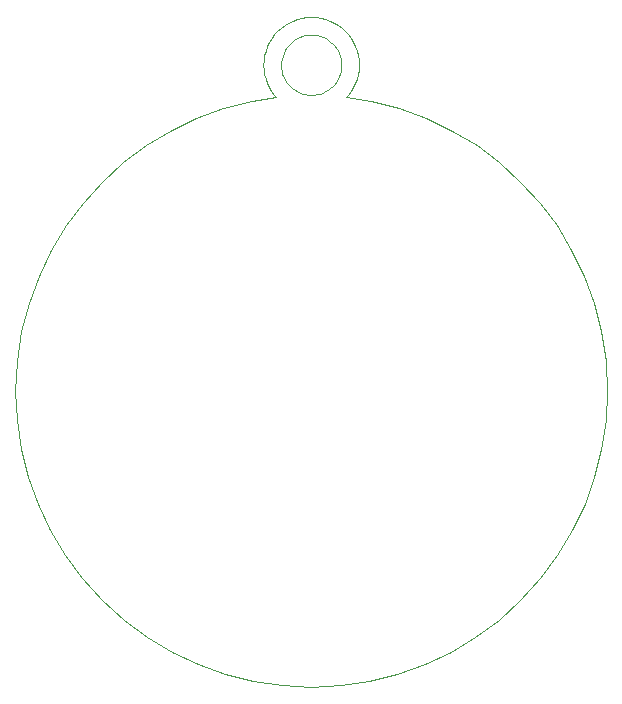
<source format=gbr>
%TF.GenerationSoftware,KiCad,Pcbnew,8.0.5*%
%TF.CreationDate,2025-02-18T12:58:12+00:00*%
%TF.ProjectId,practice-keyring,70726163-7469-4636-952d-6b657972696e,rev?*%
%TF.SameCoordinates,Original*%
%TF.FileFunction,Profile,NP*%
%FSLAX46Y46*%
G04 Gerber Fmt 4.6, Leading zero omitted, Abs format (unit mm)*
G04 Created by KiCad (PCBNEW 8.0.5) date 2025-02-18 12:58:12*
%MOMM*%
%LPD*%
G01*
G04 APERTURE LIST*
%TA.AperFunction,Profile*%
%ADD10C,0.100000*%
%TD*%
G04 APERTURE END LIST*
D10*
X211048894Y-102260362D02*
X210431894Y-104661762D01*
X233979594Y-79762662D02*
X234213794Y-79676962D01*
X236587394Y-84083162D02*
X236386094Y-84232162D01*
X238942294Y-82904962D02*
X239001194Y-82511762D01*
X229923694Y-85169462D02*
X227522794Y-85786462D01*
X232396394Y-78986862D02*
X232109094Y-79248362D01*
X234558094Y-78083562D02*
X234155994Y-78144562D01*
X238846094Y-83288962D02*
X238942294Y-82904962D01*
X231411494Y-80181662D02*
X231240894Y-80535662D01*
X210409094Y-114618262D02*
X211006494Y-116994362D01*
X231240894Y-80535662D02*
X231104994Y-80907162D01*
X236902094Y-78551262D02*
X236548094Y-78380762D01*
X234971794Y-84660462D02*
X234719894Y-84647862D01*
X238543794Y-84018062D02*
X238712794Y-83661062D01*
X231999494Y-84853162D02*
X229923694Y-85169462D01*
X242256794Y-133674462D02*
X244558994Y-132850762D01*
X231231094Y-83661062D02*
X231400094Y-84018062D01*
X240020194Y-85169462D02*
X237944894Y-84852662D01*
X232496094Y-134634662D02*
X234971394Y-134758162D01*
X233557594Y-84232162D02*
X233356394Y-84083162D01*
X238702994Y-80535662D02*
X238532494Y-80181662D01*
X236186994Y-79870062D02*
X236397194Y-79997762D01*
X232730394Y-80896362D02*
X232858094Y-80686262D01*
X233395794Y-78380762D02*
X233041894Y-78551262D01*
X231400094Y-84018062D02*
X231603194Y-84357562D01*
X231005294Y-81295762D02*
X230943794Y-81697262D01*
X237406494Y-81353362D02*
X237469294Y-81597762D01*
X231104994Y-80907162D02*
X231005294Y-81295762D01*
X234472294Y-84611062D02*
X234230394Y-84550162D01*
X234711294Y-79575562D02*
X234971794Y-79562362D01*
X237213394Y-80896362D02*
X237320794Y-81119262D01*
X232422694Y-82111462D02*
X232435894Y-81850762D01*
X210052594Y-107147962D02*
X209922794Y-109710062D01*
X234971994Y-78062362D02*
X234558094Y-78083562D01*
X233771594Y-84360062D02*
X233557594Y-84232162D01*
X258115294Y-119295062D02*
X258938994Y-116994362D01*
X237944894Y-84852662D02*
X238104094Y-84676962D01*
X233546594Y-79997762D02*
X233756794Y-79870062D01*
X237834794Y-79248362D02*
X237547494Y-78986862D01*
X235223794Y-84647862D02*
X234971794Y-84660462D01*
X237520994Y-82111462D02*
X237520994Y-82111462D01*
X252684594Y-91996962D02*
X250905894Y-90380462D01*
X232109094Y-79248362D02*
X231847594Y-79535662D01*
X235729894Y-79676962D02*
X235964094Y-79762662D01*
X212946394Y-97769162D02*
X211891194Y-99959762D01*
X246912294Y-87684062D02*
X244722294Y-86628762D01*
X232472194Y-82610962D02*
X232435194Y-82363362D01*
X239001194Y-82511762D02*
X239020794Y-82111262D01*
X244558994Y-132850762D02*
X246767094Y-131806362D01*
X257069794Y-121504162D02*
X258115294Y-119295062D01*
X232537294Y-81353362D02*
X232622994Y-81119262D01*
X234971394Y-134758162D02*
X237447294Y-134634662D01*
X230943794Y-81697262D02*
X230922594Y-82111262D01*
X230063194Y-134272862D02*
X232496094Y-134634662D01*
X242420594Y-85786462D02*
X240020194Y-85169462D01*
X220966594Y-88939262D02*
X219038594Y-90380462D01*
X236774394Y-80308962D02*
X236938994Y-80489962D01*
X230942794Y-82511762D02*
X231001694Y-82904962D01*
X210045794Y-112185362D02*
X210409094Y-114618262D01*
X258895594Y-102260362D02*
X258053794Y-99959762D01*
X236774494Y-83913762D02*
X236587394Y-84083162D01*
X237320794Y-81119262D02*
X237406494Y-81353362D01*
X237447294Y-134634662D02*
X239881694Y-134272862D01*
X232616794Y-83086862D02*
X232532994Y-82852762D01*
X239881694Y-134272862D02*
X242256794Y-133674462D01*
X236397194Y-79997762D02*
X236593394Y-80144462D01*
X237520994Y-82111462D02*
X237520994Y-82111462D01*
X232707994Y-78754362D02*
X232396394Y-78986862D01*
X259535294Y-114618262D02*
X259899094Y-112185362D01*
X236548094Y-78380762D02*
X236175994Y-78244762D01*
X233356394Y-84083162D02*
X233169394Y-83913762D01*
X248977794Y-88939262D02*
X246912294Y-87684062D01*
X258053794Y-99959762D02*
X256997994Y-97769162D01*
X238329394Y-79847762D02*
X238096294Y-79535662D01*
X234155994Y-78144562D02*
X233767894Y-78244762D01*
X233350394Y-80144462D02*
X233546594Y-79997762D01*
X235485594Y-79614162D02*
X235729894Y-79676962D01*
X237547494Y-78986862D02*
X237235894Y-78754362D01*
X225386494Y-132850762D02*
X227686094Y-133674462D01*
X227522794Y-85786462D02*
X225221694Y-86628762D01*
X237471594Y-82610962D02*
X237410894Y-82852762D01*
X260020594Y-109710062D02*
X259891894Y-107147962D01*
X231097794Y-83288962D02*
X231231094Y-83661062D01*
X209922794Y-109710062D02*
X210045794Y-112185362D01*
X237092894Y-83525662D02*
X236943794Y-83726762D01*
X225221694Y-86628762D02*
X223032094Y-87684062D01*
X237410894Y-82852762D02*
X237327094Y-83086862D01*
X235232494Y-79575562D02*
X235485594Y-79614162D01*
X219038594Y-90380462D02*
X217260394Y-91996962D01*
X238104094Y-84676962D02*
X238340694Y-84357562D01*
X219097494Y-129085662D02*
X221074594Y-130549662D01*
X237520994Y-82111462D02*
X237508594Y-82363362D01*
X232532994Y-82852762D02*
X232472194Y-82610962D01*
X232435894Y-81850762D02*
X232474494Y-81597762D01*
X234971994Y-78062362D02*
X234971994Y-78062362D01*
X232622994Y-81119262D02*
X232730394Y-80896362D01*
X235713194Y-84550162D02*
X235471494Y-84611062D01*
X236943794Y-83726762D02*
X236774494Y-83913762D01*
X234213794Y-79676962D02*
X234458094Y-79614162D01*
X237235894Y-78754362D02*
X236902094Y-78551262D01*
X235787894Y-78144562D02*
X235385894Y-78083562D01*
X255814094Y-123606862D02*
X257069794Y-121504162D01*
X236172194Y-84360062D02*
X235947494Y-84466362D01*
X232723094Y-83311662D02*
X232616794Y-83086862D01*
X250846994Y-129085662D02*
X252685094Y-127420662D01*
X234458094Y-79614162D02*
X234711294Y-79575562D01*
X210431894Y-104661762D02*
X210052594Y-107147962D01*
X238938594Y-81295762D02*
X238838894Y-80907162D01*
X252685094Y-127420662D02*
X254349094Y-125582962D01*
X235385894Y-78083562D02*
X234971994Y-78062362D01*
X233756794Y-79870062D02*
X233979594Y-79762662D01*
X254349094Y-125582962D02*
X255814094Y-123606862D01*
X244722294Y-86628762D02*
X242420594Y-85786462D01*
X230922594Y-82111262D02*
X230942794Y-82511762D01*
X236938994Y-80489962D02*
X237085694Y-80686262D01*
X237469294Y-81597762D02*
X237507894Y-81850762D01*
X231614594Y-79847762D02*
X231411494Y-80181662D01*
X236593394Y-80144462D02*
X236774394Y-80308962D01*
X231001694Y-82904962D02*
X231097794Y-83288962D01*
X215642894Y-93775662D02*
X214201094Y-95704762D01*
X238340694Y-84357562D02*
X238543794Y-84018062D01*
X221074594Y-130549662D02*
X223177894Y-131806362D01*
X254302094Y-93775662D02*
X252684594Y-91996962D01*
X233169394Y-80308962D02*
X233350394Y-80144462D01*
X233767894Y-78244762D02*
X233395794Y-78380762D01*
X232474494Y-81597762D02*
X232537294Y-81353362D01*
X238096294Y-79535662D02*
X237834794Y-79248362D01*
X212874594Y-121504162D02*
X214131394Y-123606862D01*
X211891194Y-99959762D02*
X211048894Y-102260362D01*
X227686094Y-133674462D02*
X230063194Y-134272862D01*
X250905894Y-90380462D02*
X248977794Y-88939262D01*
X223032094Y-87684062D02*
X220966594Y-88939262D01*
X236386094Y-84232162D02*
X236172194Y-84360062D01*
X238712794Y-83661062D02*
X238846094Y-83288962D01*
X259512594Y-104661762D02*
X258895594Y-102260362D01*
X238838894Y-80907162D02*
X238702994Y-80535662D01*
X237327094Y-83086862D02*
X237220694Y-83311662D01*
X256997994Y-97769162D02*
X255743294Y-95704762D01*
X211830194Y-119295062D02*
X212874594Y-121504162D01*
X255743294Y-95704762D02*
X254302094Y-93775662D01*
X235947494Y-84466362D02*
X235713194Y-84550162D01*
X223177894Y-131806362D02*
X225386494Y-132850762D01*
X237507894Y-81850762D02*
X237520994Y-82111462D01*
X232999994Y-83726762D02*
X232850994Y-83525662D01*
X237085694Y-80686262D02*
X237213394Y-80896362D01*
X217260394Y-91996962D02*
X215642894Y-93775662D01*
X236175994Y-78244762D02*
X235787894Y-78144562D01*
X232850994Y-83525662D02*
X232723094Y-83311662D01*
X211006494Y-116994362D02*
X211830194Y-119295062D01*
X233041894Y-78551262D02*
X232707994Y-78754362D01*
X214201094Y-95704762D02*
X212946394Y-97769162D01*
X233169394Y-83913762D02*
X232999994Y-83726762D01*
X234230394Y-84550162D02*
X233996394Y-84466362D01*
X232858094Y-80686262D02*
X233004794Y-80489962D01*
X214131394Y-123606862D02*
X215595394Y-125582962D01*
X239020794Y-82111262D02*
X239000094Y-81697262D01*
X237508594Y-82363362D02*
X237471594Y-82610962D01*
X235471494Y-84611062D02*
X235223794Y-84647862D01*
X215595394Y-125582962D02*
X217260394Y-127420662D01*
X259891894Y-107147962D02*
X259512594Y-104661762D01*
X237220694Y-83311662D02*
X237092894Y-83525662D01*
X258938994Y-116994362D02*
X259535294Y-114618262D01*
X238532494Y-80181662D02*
X238329394Y-79847762D01*
X259899094Y-112185362D02*
X260020594Y-109710062D01*
X233996394Y-84466362D02*
X233771594Y-84360062D01*
X234971794Y-79562362D02*
X235232494Y-79575562D01*
X246767094Y-131806362D02*
X248868794Y-130549662D01*
X231847594Y-79535662D02*
X231614594Y-79847762D01*
X231603194Y-84357562D02*
X231839894Y-84676962D01*
X233004794Y-80489962D02*
X233169394Y-80308962D01*
X248868794Y-130549662D02*
X250846994Y-129085662D01*
X232435194Y-82363362D02*
X232422694Y-82111462D01*
X239000094Y-81697262D02*
X238938594Y-81295762D01*
X217260394Y-127420662D02*
X219097494Y-129085662D01*
X231839894Y-84676962D02*
X231999494Y-84853162D01*
X235964094Y-79762662D02*
X236186994Y-79870062D01*
X234719894Y-84647862D02*
X234472294Y-84611062D01*
M02*

</source>
